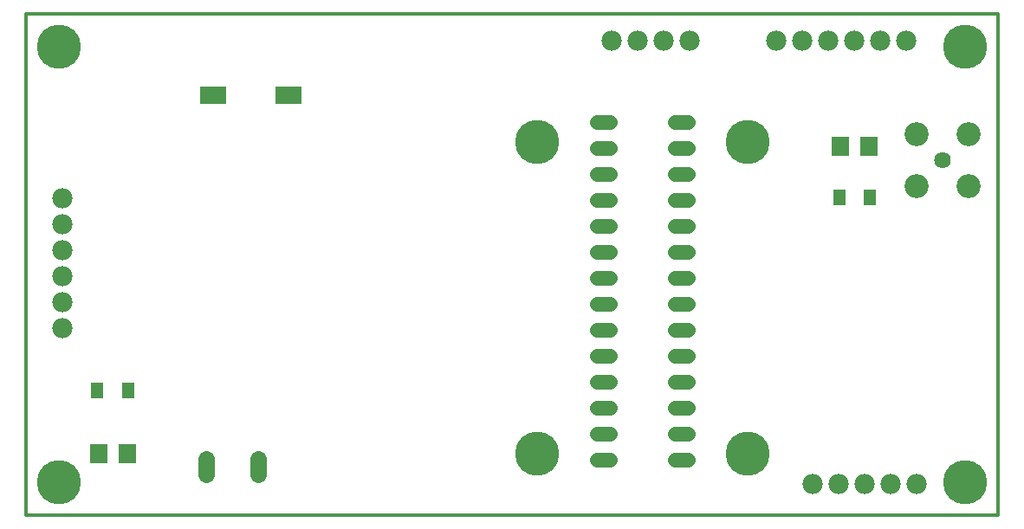
<source format=gbs>
G75*
%MOIN*%
%OFA0B0*%
%FSLAX24Y24*%
%IPPOS*%
%LPD*%
%AMOC8*
5,1,8,0,0,1.08239X$1,22.5*
%
%ADD10C,0.0120*%
%ADD11C,0.0560*%
%ADD12R,0.0512X0.0591*%
%ADD13R,0.0670X0.0749*%
%ADD14C,0.0640*%
%ADD15C,0.0926*%
%ADD16C,0.0780*%
%ADD17C,0.0640*%
%ADD18C,0.1700*%
%ADD19R,0.1024X0.0670*%
D10*
X000160Y000160D02*
X037562Y000160D01*
X037562Y019451D01*
X000160Y019451D01*
X000160Y000160D01*
D11*
X022121Y002296D02*
X022641Y002296D01*
X022641Y003296D02*
X022121Y003296D01*
X022121Y004296D02*
X022641Y004296D01*
X022641Y005296D02*
X022121Y005296D01*
X022121Y006296D02*
X022641Y006296D01*
X022641Y007296D02*
X022121Y007296D01*
X022121Y008296D02*
X022641Y008296D01*
X022641Y009296D02*
X022121Y009296D01*
X022121Y010296D02*
X022641Y010296D01*
X022641Y011296D02*
X022121Y011296D01*
X022121Y012296D02*
X022641Y012296D01*
X022641Y013296D02*
X022121Y013296D01*
X022121Y014296D02*
X022641Y014296D01*
X022641Y015296D02*
X022121Y015296D01*
X025121Y015296D02*
X025641Y015296D01*
X025641Y014296D02*
X025121Y014296D01*
X025121Y013296D02*
X025641Y013296D01*
X025641Y012296D02*
X025121Y012296D01*
X025121Y011296D02*
X025641Y011296D01*
X025641Y010296D02*
X025121Y010296D01*
X025121Y009296D02*
X025641Y009296D01*
X025641Y008296D02*
X025121Y008296D01*
X025121Y007296D02*
X025641Y007296D01*
X025641Y006296D02*
X025121Y006296D01*
X025121Y005296D02*
X025641Y005296D01*
X025641Y004296D02*
X025121Y004296D01*
X025121Y003296D02*
X025641Y003296D01*
X025641Y002296D02*
X025121Y002296D01*
D12*
X031459Y012365D03*
X032640Y012365D03*
X004086Y004937D03*
X002905Y004937D03*
D13*
X002960Y002512D03*
X004063Y002512D03*
X031499Y014333D03*
X032601Y014333D03*
D14*
X035428Y013821D03*
D15*
X036428Y012821D03*
X034428Y012821D03*
X034428Y014821D03*
X036428Y014821D03*
D16*
X034032Y018415D03*
X033032Y018415D03*
X032032Y018415D03*
X031032Y018415D03*
X030032Y018415D03*
X029032Y018415D03*
X025696Y018400D03*
X024696Y018400D03*
X023696Y018400D03*
X022696Y018400D03*
X001565Y012340D03*
X001565Y011340D03*
X001565Y010340D03*
X001565Y009340D03*
X001565Y008340D03*
X001565Y007340D03*
X030412Y001341D03*
X031412Y001341D03*
X032412Y001341D03*
X033412Y001341D03*
X034412Y001341D03*
D17*
X009097Y001710D02*
X009097Y002310D01*
X007097Y002310D02*
X007097Y001710D01*
D18*
X001439Y001420D03*
X019845Y002522D03*
X027913Y002522D03*
X036297Y001430D03*
X027913Y014527D03*
X019845Y014527D03*
X036297Y018186D03*
X001433Y018190D03*
D19*
X007365Y016302D03*
X010278Y016302D03*
M02*

</source>
